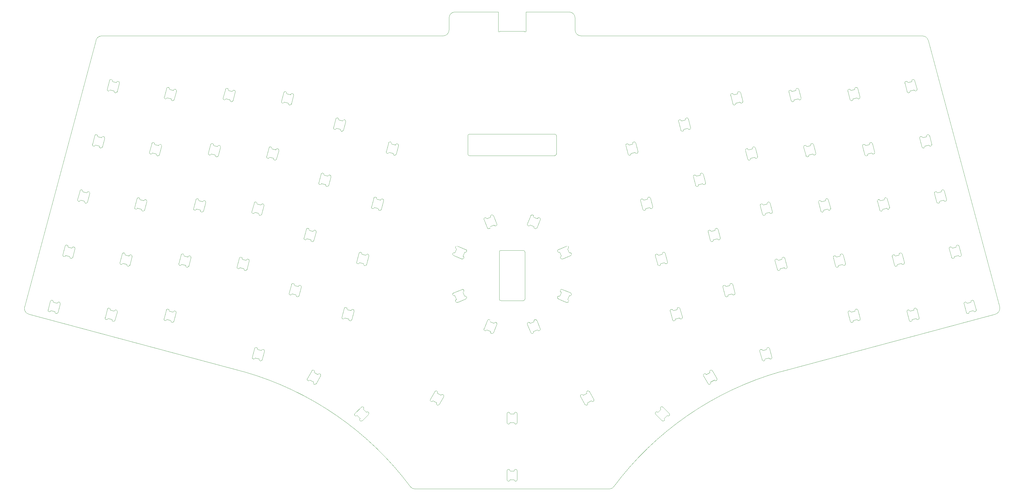
<source format=gbr>
%TF.GenerationSoftware,KiCad,Pcbnew,(7.0.0)*%
%TF.CreationDate,2023-05-20T22:42:22+01:00*%
%TF.ProjectId,Honeydew,486f6e65-7964-4657-972e-6b696361645f,V2.0*%
%TF.SameCoordinates,Original*%
%TF.FileFunction,Profile,NP*%
%FSLAX46Y46*%
G04 Gerber Fmt 4.6, Leading zero omitted, Abs format (unit mm)*
G04 Created by KiCad (PCBNEW (7.0.0)) date 2023-05-20 22:42:22*
%MOMM*%
%LPD*%
G01*
G04 APERTURE LIST*
%TA.AperFunction,Profile*%
%ADD10C,0.100000*%
%TD*%
G04 APERTURE END LIST*
D10*
X61199968Y-63557175D02*
G75*
G03*
X59267664Y-65041252I23J-2000022D01*
G01*
X212249956Y-103449967D02*
G75*
G03*
X212749962Y-102950009I-64J500070D01*
G01*
X218999966Y-61557208D02*
G75*
G03*
X220999962Y-63557222I2000125J111D01*
G01*
X212249956Y-103450006D02*
X183749966Y-103450007D01*
X360534252Y-153882155D02*
X336732262Y-65041265D01*
X183249966Y-96800008D02*
X183249960Y-102950005D01*
X183249981Y-102949995D02*
G75*
G03*
X183749966Y-103450007I500110J98D01*
G01*
X334799965Y-63557218D02*
X220999962Y-63557222D01*
X202599961Y-62000006D02*
X202599961Y-55557213D01*
X174999966Y-63557219D02*
X61199968Y-63557216D01*
X35465616Y-153882129D02*
G75*
G03*
X36879885Y-156331636I1931975J-517569D01*
G01*
X212749988Y-96800005D02*
G75*
G03*
X212249973Y-96300001I-500097J-93D01*
G01*
X193399962Y-55557213D02*
X178999969Y-55557214D01*
X230486714Y-214598070D02*
G75*
G03*
X231913642Y-213847828I277J1731573D01*
G01*
X336732256Y-65041267D02*
G75*
G03*
X334799965Y-63557218I-1932364J-516030D01*
G01*
X164086247Y-213847856D02*
G75*
G03*
X165513216Y-214598094I1427345J982659D01*
G01*
X59267663Y-65041252D02*
X35465674Y-153882145D01*
X218999959Y-61557219D02*
X218999971Y-57557210D01*
X359120043Y-156331652D02*
X287384376Y-175535127D01*
X218999963Y-57557214D02*
G75*
G03*
X216999958Y-55557226I-2000071J-83D01*
G01*
X202599961Y-55557226D02*
X216999958Y-55557226D01*
X287384377Y-175535131D02*
G75*
G03*
X231913643Y-213847829I28965134J-101249716D01*
G01*
X176999961Y-57557217D02*
X176999963Y-61557212D01*
X183749964Y-96300072D02*
G75*
G03*
X183249966Y-96800008I-73J-499925D01*
G01*
X108615552Y-175535126D02*
X36879885Y-156331637D01*
X178999969Y-55557266D02*
G75*
G03*
X176999961Y-57557217I-177J-1999831D01*
G01*
X193399961Y-62000006D02*
X193399962Y-55557213D01*
X359120062Y-156331722D02*
G75*
G03*
X360534251Y-153882155I-517770J1931925D01*
G01*
X212249973Y-96300001D02*
X183749964Y-96300004D01*
X212749963Y-102950009D02*
X212749969Y-96800005D01*
X174999964Y-63557169D02*
G75*
G03*
X176999963Y-61557212I-173J2000172D01*
G01*
X165513216Y-214598098D02*
X230486714Y-214598098D01*
X164086289Y-213847827D02*
G75*
G03*
X108615552Y-175535126I-84436128J-62937390D01*
G01*
%TO.C,D97*%
X172819794Y-185940574D02*
G75*
G03*
X173685820Y-186440574I433013J-250000D01*
G01*
X175185819Y-183842497D02*
G75*
G03*
X174319795Y-183342498I-433012J249999D01*
G01*
X174251494Y-183360798D02*
G75*
G03*
X174319794Y-183342498I25000J43300D01*
G01*
X172819794Y-185940574D02*
G75*
G03*
X172801494Y-185872274I-43300J25000D01*
G01*
X173107360Y-182642499D02*
G75*
G03*
X173125660Y-182710798I43302J-24999D01*
G01*
X171675660Y-185222272D02*
G75*
G03*
X171607359Y-185240574I-24999J-43303D01*
G01*
X170741335Y-184740575D02*
G75*
G03*
X171607359Y-185240574I433012J-249999D01*
G01*
X173107360Y-182642498D02*
G75*
G03*
X172241334Y-182142498I-433013J250000D01*
G01*
X175185820Y-183842498D02*
X173685820Y-186440574D01*
X171675660Y-185222273D02*
X172801494Y-185872273D01*
X173125660Y-182710799D02*
X174251494Y-183360799D01*
X170741334Y-184740574D02*
X172241334Y-182142498D01*
%TO.C,D112*%
X251653815Y-155058848D02*
G75*
G03*
X250687891Y-155317667I-482962J-129409D01*
G01*
X251464349Y-158215444D02*
G75*
G03*
X252430273Y-157956625I482962J129409D01*
G01*
X252465629Y-157895388D02*
G75*
G03*
X252430274Y-157956625I12941J-48296D01*
G01*
X251653818Y-155058848D02*
G75*
G03*
X251715054Y-155094202I48295J12941D01*
G01*
X253782570Y-157594278D02*
G75*
G03*
X253721332Y-157558924I-48297J-12943D01*
G01*
X252970757Y-154757738D02*
G75*
G03*
X253006113Y-154696501I-12942J48297D01*
G01*
X253972037Y-154437682D02*
G75*
G03*
X253006113Y-154696501I-482962J-129409D01*
G01*
X253782571Y-157594278D02*
G75*
G03*
X254748495Y-157335459I482962J129409D01*
G01*
X251464348Y-158215444D02*
X250687891Y-155317667D01*
X252970757Y-154757738D02*
X251715054Y-155094203D01*
X253721332Y-157558923D02*
X252465629Y-157895388D01*
X253972038Y-154437682D02*
X254748495Y-157335459D01*
%TO.C,D138*%
X191987998Y-126656623D02*
G75*
G03*
X192911876Y-126273940I461939J191341D01*
G01*
X191763825Y-123502303D02*
G75*
G03*
X190839947Y-123884985I-461939J-191341D01*
G01*
X190812887Y-123950312D02*
G75*
G03*
X190839946Y-123884985I-19134J46193D01*
G01*
X191987996Y-126656624D02*
G75*
G03*
X191922669Y-126629565I-46193J-19134D01*
G01*
X189546516Y-124420742D02*
G75*
G03*
X189611843Y-124447802I46194J19135D01*
G01*
X190721625Y-127127053D02*
G75*
G03*
X190694566Y-127192381I19136J-46194D01*
G01*
X189770687Y-127575063D02*
G75*
G03*
X190694565Y-127192381I461939J191341D01*
G01*
X189546514Y-124420743D02*
G75*
G03*
X188622636Y-124803426I-461939J-191341D01*
G01*
X191763826Y-123502302D02*
X192911876Y-126273940D01*
X190721625Y-127127053D02*
X191922669Y-126629564D01*
X189611843Y-124447802D02*
X190812887Y-123950313D01*
X189770686Y-127575064D02*
X188622636Y-124803426D01*
%TO.C,D93*%
X84258269Y-158499168D02*
G75*
G03*
X85224193Y-158757987I482962J-129410D01*
G01*
X86000651Y-155860210D02*
G75*
G03*
X85034727Y-155601391I-482962J129410D01*
G01*
X84973488Y-155636746D02*
G75*
G03*
X85034725Y-155601391I12941J48296D01*
G01*
X84258267Y-158499168D02*
G75*
G03*
X84222913Y-158437932I-48295J12941D01*
G01*
X83682430Y-155239044D02*
G75*
G03*
X83717785Y-155300280I48297J-12940D01*
G01*
X82967210Y-158101467D02*
G75*
G03*
X82905972Y-158136821I-12941J-48297D01*
G01*
X81940047Y-157878002D02*
G75*
G03*
X82905971Y-158136821I482962J-129410D01*
G01*
X83682429Y-155239044D02*
G75*
G03*
X82716505Y-154980225I-482962J129410D01*
G01*
X86000651Y-155860210D02*
X85224194Y-158757987D01*
X82967210Y-158101466D02*
X84222913Y-158437931D01*
X83717785Y-155300281D02*
X84973488Y-155636746D01*
X81940047Y-157878002D02*
X82716504Y-154980225D01*
%TO.C,D129*%
X313005489Y-84203020D02*
G75*
G03*
X313971413Y-83944201I482962J129409D01*
G01*
X313194955Y-81046424D02*
G75*
G03*
X312229031Y-81305243I-482962J-129409D01*
G01*
X312193675Y-81366480D02*
G75*
G03*
X312229030Y-81305243I-12941J48296D01*
G01*
X313005486Y-84203020D02*
G75*
G03*
X312944250Y-84167666I-48295J-12941D01*
G01*
X310876734Y-81667590D02*
G75*
G03*
X310937972Y-81702944I48297J12943D01*
G01*
X311688547Y-84504130D02*
G75*
G03*
X311653191Y-84565367I12942J-48297D01*
G01*
X310687267Y-84824186D02*
G75*
G03*
X311653191Y-84565367I482962J129409D01*
G01*
X310876733Y-81667590D02*
G75*
G03*
X309910809Y-81926409I-482962J-129409D01*
G01*
X313194956Y-81046424D02*
X313971413Y-83944201D01*
X311688547Y-84504130D02*
X312944250Y-84167665D01*
X310937972Y-81702945D02*
X312193675Y-81366480D01*
X310687266Y-84824186D02*
X309910809Y-81926409D01*
%TO.C,D131*%
X205305377Y-127192381D02*
G75*
G03*
X206229257Y-127575064I461940J-191341D01*
G01*
X207377308Y-124803426D02*
G75*
G03*
X206453428Y-124420742I-461940J191342D01*
G01*
X206388100Y-124447801D02*
G75*
G03*
X206453427Y-124420742I19134J46193D01*
G01*
X205305377Y-127192381D02*
G75*
G03*
X205278318Y-127127054I-46193J19134D01*
G01*
X205159998Y-123884986D02*
G75*
G03*
X205187056Y-123950312I46194J-19133D01*
G01*
X204077274Y-126629564D02*
G75*
G03*
X204011946Y-126656624I-19133J-46195D01*
G01*
X203088066Y-126273940D02*
G75*
G03*
X204011946Y-126656624I461940J-191342D01*
G01*
X205159997Y-123884985D02*
G75*
G03*
X204236117Y-123502302I-461940J191341D01*
G01*
X207377307Y-124803426D02*
X206229257Y-127575064D01*
X204077274Y-126629564D02*
X205278318Y-127127053D01*
X205187056Y-123950313D02*
X206388100Y-124447802D01*
X203088067Y-126273940D02*
X204236117Y-123502302D01*
%TO.C,D69*%
X103980284Y-84895650D02*
G75*
G03*
X104946208Y-85154469I482962J-129410D01*
G01*
X105722666Y-82256692D02*
G75*
G03*
X104756742Y-81997873I-482962J129410D01*
G01*
X104695503Y-82033228D02*
G75*
G03*
X104756740Y-81997873I12941J48296D01*
G01*
X103980282Y-84895650D02*
G75*
G03*
X103944928Y-84834414I-48295J12941D01*
G01*
X103404445Y-81635526D02*
G75*
G03*
X103439800Y-81696762I48297J-12940D01*
G01*
X102689225Y-84497949D02*
G75*
G03*
X102627987Y-84533303I-12941J-48297D01*
G01*
X101662062Y-84274484D02*
G75*
G03*
X102627986Y-84533303I482962J-129410D01*
G01*
X103404444Y-81635526D02*
G75*
G03*
X102438520Y-81376707I-482962J129410D01*
G01*
X105722666Y-82256692D02*
X104946209Y-85154469D01*
X102689225Y-84497948D02*
X103944928Y-84834413D01*
X103439800Y-81696763D02*
X104695503Y-82033228D01*
X101662062Y-84274484D02*
X102438519Y-81376707D01*
%TO.C,D111*%
X269232950Y-147061541D02*
G75*
G03*
X268267026Y-147320360I-482962J-129409D01*
G01*
X269043484Y-150218137D02*
G75*
G03*
X270009408Y-149959318I482962J129409D01*
G01*
X270044764Y-149898081D02*
G75*
G03*
X270009409Y-149959318I12941J-48296D01*
G01*
X269232953Y-147061541D02*
G75*
G03*
X269294189Y-147096895I48295J12941D01*
G01*
X271361705Y-149596971D02*
G75*
G03*
X271300467Y-149561617I-48297J-12943D01*
G01*
X270549892Y-146760431D02*
G75*
G03*
X270585248Y-146699194I-12942J48297D01*
G01*
X271551172Y-146440375D02*
G75*
G03*
X270585248Y-146699194I-482962J-129409D01*
G01*
X271361706Y-149596971D02*
G75*
G03*
X272327630Y-149338152I482962J129409D01*
G01*
X269043483Y-150218137D02*
X268267026Y-147320360D01*
X270549892Y-146760431D02*
X269294189Y-147096896D01*
X271300467Y-149561616D02*
X270044764Y-149898081D01*
X271551173Y-146440375D02*
X272327630Y-149338152D01*
%TO.C,D68*%
X84346776Y-84565353D02*
G75*
G03*
X85312700Y-84824172I482962J-129410D01*
G01*
X86089158Y-81926395D02*
G75*
G03*
X85123234Y-81667576I-482962J129410D01*
G01*
X85061995Y-81702931D02*
G75*
G03*
X85123232Y-81667576I12941J48296D01*
G01*
X84346774Y-84565353D02*
G75*
G03*
X84311420Y-84504117I-48295J12941D01*
G01*
X83770937Y-81305229D02*
G75*
G03*
X83806292Y-81366465I48297J-12940D01*
G01*
X83055717Y-84167652D02*
G75*
G03*
X82994479Y-84203006I-12941J-48297D01*
G01*
X82028554Y-83944187D02*
G75*
G03*
X82994478Y-84203006I482962J-129410D01*
G01*
X83770936Y-81305229D02*
G75*
G03*
X82805012Y-81046410I-482962J129410D01*
G01*
X86089158Y-81926395D02*
X85312701Y-84824172D01*
X83055717Y-84167651D02*
X84311420Y-84504116D01*
X83806292Y-81366466D02*
X85061995Y-81702931D01*
X82028554Y-83944187D02*
X82805011Y-81046410D01*
%TO.C,D84*%
X148500184Y-139555736D02*
G75*
G03*
X149466108Y-139814555I482962J-129410D01*
G01*
X150242566Y-136916778D02*
G75*
G03*
X149276642Y-136657959I-482962J129410D01*
G01*
X149215403Y-136693314D02*
G75*
G03*
X149276640Y-136657959I12941J48296D01*
G01*
X148500182Y-139555736D02*
G75*
G03*
X148464828Y-139494500I-48295J12941D01*
G01*
X147924345Y-136295612D02*
G75*
G03*
X147959700Y-136356848I48297J-12940D01*
G01*
X147209125Y-139158035D02*
G75*
G03*
X147147887Y-139193389I-12941J-48297D01*
G01*
X146181962Y-138934570D02*
G75*
G03*
X147147886Y-139193389I482962J-129410D01*
G01*
X147924344Y-136295612D02*
G75*
G03*
X146958420Y-136036793I-482962J129410D01*
G01*
X150242566Y-136916778D02*
X149466109Y-139814555D01*
X147209125Y-139158034D02*
X148464828Y-139494499D01*
X147959700Y-136356849D02*
X149215403Y-136693314D01*
X146181962Y-138934570D02*
X146958419Y-136036793D01*
%TO.C,D108*%
X325668247Y-136870243D02*
G75*
G03*
X324702323Y-137129062I-482962J-129409D01*
G01*
X325478781Y-140026839D02*
G75*
G03*
X326444705Y-139768020I482962J129409D01*
G01*
X326480061Y-139706783D02*
G75*
G03*
X326444706Y-139768020I12941J-48296D01*
G01*
X325668250Y-136870243D02*
G75*
G03*
X325729486Y-136905597I48295J12941D01*
G01*
X327797002Y-139405673D02*
G75*
G03*
X327735764Y-139370319I-48297J-12943D01*
G01*
X326985189Y-136569133D02*
G75*
G03*
X327020545Y-136507896I-12942J48297D01*
G01*
X327986469Y-136249077D02*
G75*
G03*
X327020545Y-136507896I-482962J-129409D01*
G01*
X327797003Y-139405673D02*
G75*
G03*
X328762927Y-139146854I482962J129409D01*
G01*
X325478780Y-140026839D02*
X324702323Y-137129062D01*
X326985189Y-136569133D02*
X325729486Y-136905598D01*
X327735764Y-139370318D02*
X326480061Y-139706783D01*
X327986470Y-136249077D02*
X328762927Y-139146854D01*
%TO.C,D94*%
X113693776Y-171316907D02*
G75*
G03*
X114659700Y-171575726I482962J-129410D01*
G01*
X115436158Y-168677949D02*
G75*
G03*
X114470234Y-168419130I-482962J129410D01*
G01*
X114408995Y-168454485D02*
G75*
G03*
X114470232Y-168419130I12941J48296D01*
G01*
X113693774Y-171316907D02*
G75*
G03*
X113658420Y-171255671I-48295J12941D01*
G01*
X113117937Y-168056783D02*
G75*
G03*
X113153292Y-168118019I48297J-12940D01*
G01*
X112402717Y-170919206D02*
G75*
G03*
X112341479Y-170954560I-12941J-48297D01*
G01*
X111375554Y-170695741D02*
G75*
G03*
X112341478Y-170954560I482962J-129410D01*
G01*
X113117936Y-168056783D02*
G75*
G03*
X112152012Y-167797964I-482962J129410D01*
G01*
X115436158Y-168677949D02*
X114659701Y-171575726D01*
X112402717Y-170919205D02*
X113658420Y-171255670D01*
X113153292Y-168118020D02*
X114408995Y-168454485D01*
X111375554Y-170695741D02*
X112152011Y-167797964D01*
%TO.C,D106*%
X351744684Y-155176167D02*
G75*
G03*
X352710608Y-154917348I482962J129409D01*
G01*
X351934150Y-152019571D02*
G75*
G03*
X350968226Y-152278390I-482962J-129409D01*
G01*
X350932870Y-152339627D02*
G75*
G03*
X350968225Y-152278390I-12941J48296D01*
G01*
X351744681Y-155176167D02*
G75*
G03*
X351683445Y-155140813I-48295J-12941D01*
G01*
X349615929Y-152640737D02*
G75*
G03*
X349677167Y-152676091I48297J12943D01*
G01*
X350427742Y-155477277D02*
G75*
G03*
X350392386Y-155538514I12942J-48297D01*
G01*
X349426462Y-155797333D02*
G75*
G03*
X350392386Y-155538514I482962J129409D01*
G01*
X349615928Y-152640737D02*
G75*
G03*
X348650004Y-152899556I-482962J-129409D01*
G01*
X351934151Y-152019571D02*
X352710608Y-154917348D01*
X350427742Y-155477277D02*
X351683445Y-155140812D01*
X349677167Y-152676092D02*
X350932870Y-152339627D01*
X349426461Y-155797333D02*
X348650004Y-152899556D01*
%TO.C,D130*%
X332022686Y-81572617D02*
G75*
G03*
X332988610Y-81313798I482962J129409D01*
G01*
X332212152Y-78416021D02*
G75*
G03*
X331246228Y-78674840I-482962J-129409D01*
G01*
X331210872Y-78736077D02*
G75*
G03*
X331246227Y-78674840I-12941J48296D01*
G01*
X332022683Y-81572617D02*
G75*
G03*
X331961447Y-81537263I-48295J-12941D01*
G01*
X329893931Y-79037187D02*
G75*
G03*
X329955169Y-79072541I48297J12943D01*
G01*
X330705744Y-81873727D02*
G75*
G03*
X330670388Y-81934964I12942J-48297D01*
G01*
X329704464Y-82193783D02*
G75*
G03*
X330670388Y-81934964I482962J129409D01*
G01*
X329893930Y-79037187D02*
G75*
G03*
X328928006Y-79296006I-482962J-129409D01*
G01*
X332212153Y-78416021D02*
X332988610Y-81313798D01*
X330705744Y-81873727D02*
X331961447Y-81537262D01*
X329955169Y-79072542D02*
X331210872Y-78736077D01*
X329704463Y-82193783D02*
X328928006Y-79296006D01*
%TO.C,D116*%
X303232973Y-121335069D02*
G75*
G03*
X304198897Y-121076250I482962J129409D01*
G01*
X303422439Y-118178473D02*
G75*
G03*
X302456515Y-118437292I-482962J-129409D01*
G01*
X302421159Y-118498529D02*
G75*
G03*
X302456514Y-118437292I-12941J48296D01*
G01*
X303232970Y-121335069D02*
G75*
G03*
X303171734Y-121299715I-48295J-12941D01*
G01*
X301104218Y-118799639D02*
G75*
G03*
X301165456Y-118834993I48297J12943D01*
G01*
X301916031Y-121636179D02*
G75*
G03*
X301880675Y-121697416I12942J-48297D01*
G01*
X300914751Y-121956235D02*
G75*
G03*
X301880675Y-121697416I482962J129409D01*
G01*
X301104217Y-118799639D02*
G75*
G03*
X300138293Y-119058458I-482962J-129409D01*
G01*
X303422440Y-118178473D02*
X304198897Y-121076250D01*
X301916031Y-121636179D02*
X303171734Y-121299714D01*
X301165456Y-118834994D02*
X302421159Y-118498529D01*
X300914750Y-121956235D02*
X300138293Y-119058458D01*
%TO.C,D118*%
X341883682Y-118374383D02*
G75*
G03*
X342849606Y-118115564I482962J129409D01*
G01*
X342073148Y-115217787D02*
G75*
G03*
X341107224Y-115476606I-482962J-129409D01*
G01*
X341071868Y-115537843D02*
G75*
G03*
X341107223Y-115476606I-12941J48296D01*
G01*
X341883679Y-118374383D02*
G75*
G03*
X341822443Y-118339029I-48295J-12941D01*
G01*
X339754927Y-115838953D02*
G75*
G03*
X339816165Y-115874307I48297J12943D01*
G01*
X340566740Y-118675493D02*
G75*
G03*
X340531384Y-118736730I12942J-48297D01*
G01*
X339565460Y-118995549D02*
G75*
G03*
X340531384Y-118736730I482962J129409D01*
G01*
X339754926Y-115838953D02*
G75*
G03*
X338789002Y-116097772I-482962J-129409D01*
G01*
X342073149Y-115217787D02*
X342849606Y-118115564D01*
X340566740Y-118675493D02*
X341822443Y-118339028D01*
X339816165Y-115874308D02*
X341071868Y-115537843D01*
X339565459Y-118995549D02*
X338789002Y-116097772D01*
%TO.C,D109*%
X306034726Y-137200539D02*
G75*
G03*
X305068802Y-137459358I-482962J-129409D01*
G01*
X305845260Y-140357135D02*
G75*
G03*
X306811184Y-140098316I482962J129409D01*
G01*
X306846540Y-140037079D02*
G75*
G03*
X306811185Y-140098316I12941J-48296D01*
G01*
X306034729Y-137200539D02*
G75*
G03*
X306095965Y-137235893I48295J12941D01*
G01*
X308163481Y-139735969D02*
G75*
G03*
X308102243Y-139700615I-48297J-12943D01*
G01*
X307351668Y-136899429D02*
G75*
G03*
X307387024Y-136838192I-12942J48297D01*
G01*
X308352948Y-136579373D02*
G75*
G03*
X307387024Y-136838192I-482962J-129409D01*
G01*
X308163482Y-139735969D02*
G75*
G03*
X309129406Y-139477150I482962J129409D01*
G01*
X305845259Y-140357135D02*
X305068802Y-137459358D01*
X307351668Y-136899429D02*
X306095965Y-137235894D01*
X308102243Y-139700614D02*
X306846540Y-140037079D01*
X308352949Y-136579373D02*
X309129406Y-139477150D01*
%TO.C,D99*%
X224392574Y-185240569D02*
G75*
G03*
X225258600Y-184740569I433013J250000D01*
G01*
X223758599Y-182142494D02*
G75*
G03*
X222892575Y-182642493I-433012J-249999D01*
G01*
X222874274Y-182710793D02*
G75*
G03*
X222892574Y-182642493I-25000J43300D01*
G01*
X224392574Y-185240569D02*
G75*
G03*
X224324274Y-185222269I-43300J-25000D01*
G01*
X221680140Y-183342492D02*
G75*
G03*
X221748440Y-183360794I43301J25000D01*
G01*
X223198440Y-185872268D02*
G75*
G03*
X223180139Y-185940569I25002J-43301D01*
G01*
X222314115Y-186440568D02*
G75*
G03*
X223180139Y-185940569I433012J249999D01*
G01*
X221680140Y-183342493D02*
G75*
G03*
X220814114Y-183842493I-433013J-250000D01*
G01*
X223758600Y-182142493D02*
X225258600Y-184740569D01*
X223198440Y-185872268D02*
X224324274Y-185222268D01*
X221748440Y-183360794D02*
X222874274Y-182710794D01*
X222314114Y-186440569D02*
X220814114Y-183842493D01*
%TO.C,D79*%
X55468558Y-118736740D02*
G75*
G03*
X56434482Y-118995559I482962J-129410D01*
G01*
X57210940Y-116097782D02*
G75*
G03*
X56245016Y-115838963I-482962J129410D01*
G01*
X56183777Y-115874318D02*
G75*
G03*
X56245014Y-115838963I12941J48296D01*
G01*
X55468556Y-118736740D02*
G75*
G03*
X55433202Y-118675504I-48295J12941D01*
G01*
X54892719Y-115476616D02*
G75*
G03*
X54928074Y-115537852I48297J-12940D01*
G01*
X54177499Y-118339039D02*
G75*
G03*
X54116261Y-118374393I-12941J-48297D01*
G01*
X53150336Y-118115574D02*
G75*
G03*
X54116260Y-118374393I482962J-129410D01*
G01*
X54892718Y-115476616D02*
G75*
G03*
X53926794Y-115217797I-482962J129410D01*
G01*
X57210940Y-116097782D02*
X56434483Y-118995559D01*
X54177499Y-118339038D02*
X55433202Y-118675503D01*
X54928074Y-115537853D02*
X56183777Y-115874318D01*
X53150336Y-118115574D02*
X53926793Y-115217797D01*
%TO.C,D110*%
X286606652Y-138297487D02*
G75*
G03*
X285640728Y-138556306I-482962J-129409D01*
G01*
X286417186Y-141454083D02*
G75*
G03*
X287383110Y-141195264I482962J129409D01*
G01*
X287418466Y-141134027D02*
G75*
G03*
X287383111Y-141195264I12941J-48296D01*
G01*
X286606655Y-138297487D02*
G75*
G03*
X286667891Y-138332841I48295J12941D01*
G01*
X288735407Y-140832917D02*
G75*
G03*
X288674169Y-140797563I-48297J-12943D01*
G01*
X287923594Y-137996377D02*
G75*
G03*
X287958950Y-137935140I-12942J48297D01*
G01*
X288924874Y-137676321D02*
G75*
G03*
X287958950Y-137935140I-482962J-129409D01*
G01*
X288735408Y-140832917D02*
G75*
G03*
X289701332Y-140574098I482962J129409D01*
G01*
X286417185Y-141454083D02*
X285640728Y-138556306D01*
X287923594Y-137996377D02*
X286667891Y-138332842D01*
X288674169Y-140797562D02*
X287418466Y-141134027D01*
X288924875Y-137676321D02*
X289701332Y-140574098D01*
%TO.C,D120*%
X315807240Y-100068463D02*
G75*
G03*
X314841316Y-100327282I-482962J-129409D01*
G01*
X315617774Y-103225059D02*
G75*
G03*
X316583698Y-102966240I482962J129409D01*
G01*
X316619054Y-102905003D02*
G75*
G03*
X316583699Y-102966240I12941J-48296D01*
G01*
X315807243Y-100068463D02*
G75*
G03*
X315868479Y-100103817I48295J12941D01*
G01*
X317935995Y-102603893D02*
G75*
G03*
X317874757Y-102568539I-48297J-12943D01*
G01*
X317124182Y-99767353D02*
G75*
G03*
X317159538Y-99706116I-12942J48297D01*
G01*
X318125462Y-99447297D02*
G75*
G03*
X317159538Y-99706116I-482962J-129409D01*
G01*
X317935996Y-102603893D02*
G75*
G03*
X318901920Y-102345074I482962J129409D01*
G01*
X315617773Y-103225059D02*
X314841316Y-100327282D01*
X317124182Y-99767353D02*
X315868479Y-100103818D01*
X317874757Y-102568538D02*
X316619054Y-102905003D01*
X318125463Y-99447297D02*
X318901920Y-102345074D01*
%TO.C,U4*%
X194249964Y-135070009D02*
G75*
G03*
X193749964Y-135570009I0J-500000D01*
G01*
X193749964Y-151320009D02*
G75*
G03*
X194249964Y-151820009I500000J0D01*
G01*
X202249964Y-135570009D02*
G75*
G03*
X201749964Y-135070009I-499998J2D01*
G01*
X201749964Y-151820009D02*
G75*
G03*
X202249964Y-151320009I-1J500001D01*
G01*
X193749964Y-135570009D02*
X193749964Y-151320009D01*
X201749964Y-135070009D02*
X194249964Y-135070009D01*
X201749964Y-151820009D02*
X194249964Y-151820009D01*
X202249964Y-151320009D02*
X202249964Y-135570009D01*
%TO.C,D86*%
X125414724Y-146699169D02*
G75*
G03*
X124448800Y-146440350I-482962J129410D01*
G01*
X123672342Y-149338127D02*
G75*
G03*
X124638266Y-149596946I482962J-129410D01*
G01*
X124699505Y-149561591D02*
G75*
G03*
X124638268Y-149596946I-12941J-48296D01*
G01*
X125414726Y-146699169D02*
G75*
G03*
X125450080Y-146760405I48295J-12941D01*
G01*
X125990563Y-149959293D02*
G75*
G03*
X125955208Y-149898057I-48297J12940D01*
G01*
X126705783Y-147096870D02*
G75*
G03*
X126767021Y-147061516I12941J48297D01*
G01*
X127732946Y-147320335D02*
G75*
G03*
X126767022Y-147061516I-482962J129410D01*
G01*
X125990564Y-149959293D02*
G75*
G03*
X126956488Y-150218112I482962J-129410D01*
G01*
X123672342Y-149338127D02*
X124448799Y-146440350D01*
X126705783Y-147096871D02*
X125450080Y-146760406D01*
X125955208Y-149898056D02*
X124699505Y-149561591D01*
X127732946Y-147320335D02*
X126956489Y-150218112D01*
%TO.C,D105*%
X332727504Y-157806568D02*
G75*
G03*
X333693428Y-157547749I482962J129409D01*
G01*
X332916970Y-154649972D02*
G75*
G03*
X331951046Y-154908791I-482962J-129409D01*
G01*
X331915690Y-154970028D02*
G75*
G03*
X331951045Y-154908791I-12941J48296D01*
G01*
X332727501Y-157806568D02*
G75*
G03*
X332666265Y-157771214I-48295J-12941D01*
G01*
X330598749Y-155271138D02*
G75*
G03*
X330659987Y-155306492I48297J12943D01*
G01*
X331410562Y-158107678D02*
G75*
G03*
X331375206Y-158168915I12942J-48297D01*
G01*
X330409282Y-158427734D02*
G75*
G03*
X331375206Y-158168915I482962J129409D01*
G01*
X330598748Y-155271138D02*
G75*
G03*
X329632824Y-155529957I-482962J-129409D01*
G01*
X332916971Y-154649972D02*
X333693428Y-157547749D01*
X331410562Y-158107678D02*
X332666265Y-157771213D01*
X330659987Y-155306493D02*
X331915690Y-154970028D01*
X330409281Y-158427734D02*
X329632824Y-155529957D01*
%TO.C,D133*%
X213807598Y-150305413D02*
G75*
G03*
X213424915Y-151229293I-191341J-461940D01*
G01*
X216196553Y-152377344D02*
G75*
G03*
X216579237Y-151453464I191342J461940D01*
G01*
X216552178Y-151388136D02*
G75*
G03*
X216579237Y-151453463I46193J-19134D01*
G01*
X213807598Y-150305413D02*
G75*
G03*
X213872925Y-150278354I19134J46193D01*
G01*
X217114993Y-150160034D02*
G75*
G03*
X217049667Y-150187092I-19133J-46194D01*
G01*
X214370415Y-149077310D02*
G75*
G03*
X214343355Y-149011982I-46195J19133D01*
G01*
X214726039Y-148088102D02*
G75*
G03*
X214343355Y-149011982I-191342J-461940D01*
G01*
X217114994Y-150160033D02*
G75*
G03*
X217497677Y-149236153I191341J461940D01*
G01*
X216196553Y-152377343D02*
X213424915Y-151229293D01*
X214370415Y-149077310D02*
X213872926Y-150278354D01*
X217049666Y-150187092D02*
X216552177Y-151388136D01*
X214726039Y-148088103D02*
X217497677Y-149236153D01*
%TO.C,D100*%
X198699964Y-211550001D02*
G75*
G03*
X199699964Y-211550001I500000J0D01*
G01*
X199699964Y-208550001D02*
G75*
G03*
X198699964Y-208550001I-500000J0D01*
G01*
X198649964Y-208600001D02*
G75*
G03*
X198699964Y-208550001I0J50000D01*
G01*
X198699964Y-211550001D02*
G75*
G03*
X198649964Y-211500001I-50000J0D01*
G01*
X197299964Y-208550001D02*
G75*
G03*
X197349964Y-208600001I50001J1D01*
G01*
X197349964Y-211500001D02*
G75*
G03*
X197299964Y-211550001I1J-50001D01*
G01*
X196299964Y-211550001D02*
G75*
G03*
X197299964Y-211550001I500000J0D01*
G01*
X197299964Y-208550001D02*
G75*
G03*
X196299964Y-208550001I-500000J0D01*
G01*
X199699964Y-208550001D02*
X199699964Y-211550001D01*
X197349964Y-211500001D02*
X198649964Y-211500001D01*
X197349964Y-208600001D02*
X198649964Y-208600001D01*
X196299964Y-211550001D02*
X196299964Y-208550001D01*
%TO.C,D127*%
X273943896Y-85630275D02*
G75*
G03*
X274909820Y-85371456I482962J129409D01*
G01*
X274133362Y-82473679D02*
G75*
G03*
X273167438Y-82732498I-482962J-129409D01*
G01*
X273132082Y-82793735D02*
G75*
G03*
X273167437Y-82732498I-12941J48296D01*
G01*
X273943893Y-85630275D02*
G75*
G03*
X273882657Y-85594921I-48295J-12941D01*
G01*
X271815141Y-83094845D02*
G75*
G03*
X271876379Y-83130199I48297J12943D01*
G01*
X272626954Y-85931385D02*
G75*
G03*
X272591598Y-85992622I12942J-48297D01*
G01*
X271625674Y-86251441D02*
G75*
G03*
X272591598Y-85992622I482962J129409D01*
G01*
X271815140Y-83094845D02*
G75*
G03*
X270849216Y-83353664I-482962J-129409D01*
G01*
X274133363Y-82473679D02*
X274909820Y-85371456D01*
X272626954Y-85931385D02*
X273882657Y-85594920D01*
X271876379Y-83130200D02*
X273132082Y-82793735D01*
X271625673Y-86251441D02*
X270849216Y-83353664D01*
%TO.C,D98*%
X198699972Y-192500013D02*
G75*
G03*
X199699972Y-192500013I500000J0D01*
G01*
X199699972Y-189500013D02*
G75*
G03*
X198699972Y-189500013I-500000J0D01*
G01*
X198649972Y-189550013D02*
G75*
G03*
X198699972Y-189500013I0J50000D01*
G01*
X198699972Y-192500013D02*
G75*
G03*
X198649972Y-192450013I-50000J0D01*
G01*
X197299972Y-189500013D02*
G75*
G03*
X197349972Y-189550013I50001J1D01*
G01*
X197349972Y-192450013D02*
G75*
G03*
X197299972Y-192500013I1J-50001D01*
G01*
X196299972Y-192500013D02*
G75*
G03*
X197299972Y-192500013I500000J0D01*
G01*
X197299972Y-189500013D02*
G75*
G03*
X196299972Y-189500013I-500000J0D01*
G01*
X199699972Y-189500013D02*
X199699972Y-192500013D01*
X197349972Y-192450013D02*
X198649972Y-192450013D01*
X197349972Y-189550013D02*
X198649972Y-189550013D01*
X196299972Y-192500013D02*
X196299972Y-189500013D01*
%TO.C,D75*%
X117902018Y-101133392D02*
G75*
G03*
X116936094Y-100874573I-482962J129410D01*
G01*
X116159636Y-103772350D02*
G75*
G03*
X117125560Y-104031169I482962J-129410D01*
G01*
X117186799Y-103995814D02*
G75*
G03*
X117125562Y-104031169I-12941J-48296D01*
G01*
X117902020Y-101133392D02*
G75*
G03*
X117937374Y-101194628I48295J-12941D01*
G01*
X118477857Y-104393516D02*
G75*
G03*
X118442502Y-104332280I-48297J12940D01*
G01*
X119193077Y-101531093D02*
G75*
G03*
X119254315Y-101495739I12941J48297D01*
G01*
X120220240Y-101754558D02*
G75*
G03*
X119254316Y-101495739I-482962J129410D01*
G01*
X118477858Y-104393516D02*
G75*
G03*
X119443782Y-104652335I482962J-129410D01*
G01*
X116159636Y-103772350D02*
X116936093Y-100874573D01*
X119193077Y-101531094D02*
X117937374Y-101194629D01*
X118442502Y-104332279D02*
X117186799Y-103995814D01*
X120220240Y-101754558D02*
X119443783Y-104652335D01*
%TO.C,D134*%
X204011946Y-159343389D02*
G75*
G03*
X203088068Y-159726072I-461939J-191341D01*
G01*
X204236119Y-162497709D02*
G75*
G03*
X205159997Y-162115027I461939J191341D01*
G01*
X205187057Y-162049700D02*
G75*
G03*
X205159998Y-162115027I19134J-46193D01*
G01*
X204011948Y-159343388D02*
G75*
G03*
X204077275Y-159370447I46193J19134D01*
G01*
X206453428Y-161579270D02*
G75*
G03*
X206388101Y-161552210I-46194J-19135D01*
G01*
X205278319Y-158872959D02*
G75*
G03*
X205305378Y-158807631I-19136J46194D01*
G01*
X206229257Y-158424949D02*
G75*
G03*
X205305379Y-158807631I-461939J-191341D01*
G01*
X206453430Y-161579269D02*
G75*
G03*
X207377308Y-161196586I461939J191341D01*
G01*
X204236118Y-162497710D02*
X203088068Y-159726072D01*
X205278319Y-158872959D02*
X204077275Y-159370448D01*
X206388101Y-161552210D02*
X205187057Y-162049699D01*
X206229258Y-158424948D02*
X207377308Y-161196586D01*
%TO.C,D104*%
X313093982Y-158136847D02*
G75*
G03*
X314059906Y-157878028I482962J129409D01*
G01*
X313283448Y-154980251D02*
G75*
G03*
X312317524Y-155239070I-482962J-129409D01*
G01*
X312282168Y-155300307D02*
G75*
G03*
X312317523Y-155239070I-12941J48296D01*
G01*
X313093979Y-158136847D02*
G75*
G03*
X313032743Y-158101493I-48295J-12941D01*
G01*
X310965227Y-155601417D02*
G75*
G03*
X311026465Y-155636771I48297J12943D01*
G01*
X311777040Y-158437957D02*
G75*
G03*
X311741684Y-158499194I12942J-48297D01*
G01*
X310775760Y-158758013D02*
G75*
G03*
X311741684Y-158499194I482962J129409D01*
G01*
X310965226Y-155601417D02*
G75*
G03*
X309999302Y-155860236I-482962J-129409D01*
G01*
X313283449Y-154980251D02*
X314059906Y-157878028D01*
X311777040Y-158437957D02*
X313032743Y-158101492D01*
X311026465Y-155636772D02*
X312282168Y-155300307D01*
X310775759Y-158758013D02*
X309999302Y-155860236D01*
%TO.C,D96*%
X147302105Y-191139076D02*
G75*
G03*
X148009211Y-191846183I353553J-353553D01*
G01*
X150130531Y-189724861D02*
G75*
G03*
X149423425Y-189017756I-353553J353552D01*
G01*
X149352715Y-189017755D02*
G75*
G03*
X149423425Y-189017756I35355J35355D01*
G01*
X147302105Y-191139076D02*
G75*
G03*
X147302104Y-191068366I-35356J35355D01*
G01*
X148433475Y-188027806D02*
G75*
G03*
X148433475Y-188098517I35357J-35355D01*
G01*
X146382865Y-190149127D02*
G75*
G03*
X146312156Y-190149127I-35355J-35356D01*
G01*
X145605049Y-189442021D02*
G75*
G03*
X146312155Y-190149126I353553J-353552D01*
G01*
X148433475Y-188027806D02*
G75*
G03*
X147726369Y-187320699I-353553J353553D01*
G01*
X150130532Y-189724862D02*
X148009211Y-191846183D01*
X146382866Y-190149126D02*
X147302105Y-191068365D01*
X148433475Y-188098517D02*
X149352714Y-189017756D01*
X145605048Y-189442020D02*
X147726369Y-187320699D01*
%TO.C,D124*%
X241792808Y-118257083D02*
G75*
G03*
X240826884Y-118515902I-482962J-129409D01*
G01*
X241603342Y-121413679D02*
G75*
G03*
X242569266Y-121154860I482962J129409D01*
G01*
X242604622Y-121093623D02*
G75*
G03*
X242569267Y-121154860I12941J-48296D01*
G01*
X241792811Y-118257083D02*
G75*
G03*
X241854047Y-118292437I48295J12941D01*
G01*
X243921563Y-120792513D02*
G75*
G03*
X243860325Y-120757159I-48297J-12943D01*
G01*
X243109750Y-117955973D02*
G75*
G03*
X243145106Y-117894736I-12942J48297D01*
G01*
X244111030Y-117635917D02*
G75*
G03*
X243145106Y-117894736I-482962J-129409D01*
G01*
X243921564Y-120792513D02*
G75*
G03*
X244887488Y-120533694I482962J129409D01*
G01*
X241603341Y-121413679D02*
X240826884Y-118515902D01*
X243109750Y-117955973D02*
X241854047Y-118292438D01*
X243860325Y-120757158D02*
X242604622Y-121093623D01*
X244111031Y-117635917D02*
X244887488Y-120533694D01*
%TO.C,D73*%
X152854849Y-117894730D02*
G75*
G03*
X151888925Y-117635911I-482962J129410D01*
G01*
X151112467Y-120533688D02*
G75*
G03*
X152078391Y-120792507I482962J-129410D01*
G01*
X152139630Y-120757152D02*
G75*
G03*
X152078393Y-120792507I-12941J-48296D01*
G01*
X152854851Y-117894730D02*
G75*
G03*
X152890205Y-117955966I48295J-12941D01*
G01*
X153430688Y-121154854D02*
G75*
G03*
X153395333Y-121093618I-48297J12940D01*
G01*
X154145908Y-118292431D02*
G75*
G03*
X154207146Y-118257077I12941J48297D01*
G01*
X155173071Y-118515896D02*
G75*
G03*
X154207147Y-118257077I-482962J129410D01*
G01*
X153430689Y-121154854D02*
G75*
G03*
X154396613Y-121413673I482962J-129410D01*
G01*
X151112467Y-120533688D02*
X151888924Y-117635911D01*
X154145908Y-118292432D02*
X152890205Y-117955967D01*
X153395333Y-121093617D02*
X152139630Y-120757152D01*
X155173071Y-118515896D02*
X154396614Y-121413673D01*
%TO.C,J2*%
X202099962Y-62000006D02*
G75*
G03*
X202599962Y-62000006I250000J0D01*
G01*
X193399962Y-62000006D02*
G75*
G03*
X193899962Y-62000006I250000J0D01*
G01*
X193899962Y-62000006D02*
X202099962Y-62000006D01*
%TO.C,D117*%
X322866493Y-121004776D02*
G75*
G03*
X323832417Y-120745957I482962J129409D01*
G01*
X323055959Y-117848180D02*
G75*
G03*
X322090035Y-118106999I-482962J-129409D01*
G01*
X322054679Y-118168236D02*
G75*
G03*
X322090034Y-118106999I-12941J48296D01*
G01*
X322866490Y-121004776D02*
G75*
G03*
X322805254Y-120969422I-48295J-12941D01*
G01*
X320737738Y-118469346D02*
G75*
G03*
X320798976Y-118504700I48297J12943D01*
G01*
X321549551Y-121305886D02*
G75*
G03*
X321514195Y-121367123I12942J-48297D01*
G01*
X320548271Y-121625942D02*
G75*
G03*
X321514195Y-121367123I482962J129409D01*
G01*
X320737737Y-118469346D02*
G75*
G03*
X319771813Y-118728165I-482962J-129409D01*
G01*
X323055960Y-117848180D02*
X323832417Y-120745957D01*
X321549551Y-121305886D02*
X322805254Y-120969421D01*
X320798976Y-118504701D02*
X322054679Y-118168236D01*
X320548270Y-121625942D02*
X319771813Y-118728165D01*
%TO.C,D71*%
X140782064Y-94756632D02*
G75*
G03*
X141747988Y-95015451I482962J-129410D01*
G01*
X142524446Y-92117674D02*
G75*
G03*
X141558522Y-91858855I-482962J129410D01*
G01*
X141497283Y-91894210D02*
G75*
G03*
X141558520Y-91858855I12941J48296D01*
G01*
X140782062Y-94756632D02*
G75*
G03*
X140746708Y-94695396I-48295J12941D01*
G01*
X140206225Y-91496508D02*
G75*
G03*
X140241580Y-91557744I48297J-12940D01*
G01*
X139491005Y-94358931D02*
G75*
G03*
X139429767Y-94394285I-12941J-48297D01*
G01*
X138463842Y-94135466D02*
G75*
G03*
X139429766Y-94394285I482962J-129410D01*
G01*
X140206224Y-91496508D02*
G75*
G03*
X139240300Y-91237689I-482962J129410D01*
G01*
X142524446Y-92117674D02*
X141747989Y-95015451D01*
X139491005Y-94358930D02*
X140746708Y-94695395D01*
X140241580Y-91557745D02*
X141497283Y-91894210D01*
X138463842Y-94135466D02*
X139240299Y-91237689D01*
%TO.C,D101*%
X249687801Y-190149130D02*
G75*
G03*
X250394908Y-189442024I353553J353553D01*
G01*
X248273586Y-187320704D02*
G75*
G03*
X247566481Y-188027810I-353552J-353553D01*
G01*
X247566480Y-188098520D02*
G75*
G03*
X247566481Y-188027810I-35355J35355D01*
G01*
X249687801Y-190149130D02*
G75*
G03*
X249617091Y-190149131I-35355J-35356D01*
G01*
X246576531Y-189017760D02*
G75*
G03*
X246647242Y-189017760I35355J35357D01*
G01*
X248697852Y-191068370D02*
G75*
G03*
X248697852Y-191139079I35356J-35355D01*
G01*
X247990746Y-191846186D02*
G75*
G03*
X248697851Y-191139080I353552J353553D01*
G01*
X246576531Y-189017760D02*
G75*
G03*
X245869424Y-189724866I-353553J-353553D01*
G01*
X248273587Y-187320703D02*
X250394908Y-189442024D01*
X248697851Y-191068369D02*
X249617090Y-190149130D01*
X246647242Y-189017760D02*
X247566481Y-188098521D01*
X247990745Y-191846187D02*
X245869424Y-189724866D01*
%TO.C,D89*%
X68979409Y-136507896D02*
G75*
G03*
X68013485Y-136249077I-482962J129410D01*
G01*
X67237027Y-139146854D02*
G75*
G03*
X68202951Y-139405673I482962J-129410D01*
G01*
X68264190Y-139370318D02*
G75*
G03*
X68202953Y-139405673I-12941J-48296D01*
G01*
X68979411Y-136507896D02*
G75*
G03*
X69014765Y-136569132I48295J-12941D01*
G01*
X69555248Y-139768020D02*
G75*
G03*
X69519893Y-139706784I-48297J12940D01*
G01*
X70270468Y-136905597D02*
G75*
G03*
X70331706Y-136870243I12941J48297D01*
G01*
X71297631Y-137129062D02*
G75*
G03*
X70331707Y-136870243I-482962J129410D01*
G01*
X69555249Y-139768020D02*
G75*
G03*
X70521173Y-140026839I482962J-129410D01*
G01*
X67237027Y-139146854D02*
X68013484Y-136249077D01*
X70270468Y-136905598D02*
X69014765Y-136569133D01*
X69519893Y-139706783D02*
X68264190Y-139370318D01*
X71297631Y-137129062D02*
X70521174Y-140026839D01*
%TO.C,D74*%
X135275713Y-109897387D02*
G75*
G03*
X134309789Y-109638568I-482962J129410D01*
G01*
X133533331Y-112536345D02*
G75*
G03*
X134499255Y-112795164I482962J-129410D01*
G01*
X134560494Y-112759809D02*
G75*
G03*
X134499257Y-112795164I-12941J-48296D01*
G01*
X135275715Y-109897387D02*
G75*
G03*
X135311069Y-109958623I48295J-12941D01*
G01*
X135851552Y-113157511D02*
G75*
G03*
X135816197Y-113096275I-48297J12940D01*
G01*
X136566772Y-110295088D02*
G75*
G03*
X136628010Y-110259734I12941J48297D01*
G01*
X137593935Y-110518553D02*
G75*
G03*
X136628011Y-110259734I-482962J129410D01*
G01*
X135851553Y-113157511D02*
G75*
G03*
X136817477Y-113416330I482962J-129410D01*
G01*
X133533331Y-112536345D02*
X134309788Y-109638568D01*
X136566772Y-110295089D02*
X135311069Y-109958624D01*
X135816197Y-113096274D02*
X134560494Y-112759809D01*
X137593935Y-110518553D02*
X136817478Y-113416330D01*
%TO.C,D95*%
X131802760Y-179015693D02*
G75*
G03*
X132668786Y-179515693I433013J-250000D01*
G01*
X134168785Y-176917616D02*
G75*
G03*
X133302761Y-176417617I-433012J249999D01*
G01*
X133234460Y-176435917D02*
G75*
G03*
X133302760Y-176417617I25000J43300D01*
G01*
X131802760Y-179015693D02*
G75*
G03*
X131784460Y-178947393I-43300J25000D01*
G01*
X132090326Y-175717618D02*
G75*
G03*
X132108626Y-175785917I43302J-24999D01*
G01*
X130658626Y-178297391D02*
G75*
G03*
X130590325Y-178315693I-24999J-43303D01*
G01*
X129724301Y-177815694D02*
G75*
G03*
X130590325Y-178315693I433012J-249999D01*
G01*
X132090326Y-175717617D02*
G75*
G03*
X131224300Y-175217617I-433013J250000D01*
G01*
X134168786Y-176917617D02*
X132668786Y-179515693D01*
X130658626Y-178297392D02*
X131784460Y-178947392D01*
X132108626Y-175785918D02*
X133234460Y-176435918D01*
X129724300Y-177815693D02*
X131224300Y-175217617D01*
%TO.C,D137*%
X182192347Y-135694600D02*
G75*
G03*
X182575030Y-134770720I191341J461940D01*
G01*
X179803392Y-133622669D02*
G75*
G03*
X179420708Y-134546549I-191342J-461940D01*
G01*
X179447767Y-134611877D02*
G75*
G03*
X179420708Y-134546550I-46193J19134D01*
G01*
X182192347Y-135694600D02*
G75*
G03*
X182127020Y-135721659I-19134J-46193D01*
G01*
X178884952Y-135839979D02*
G75*
G03*
X178950278Y-135812921I19133J46194D01*
G01*
X181629530Y-136922703D02*
G75*
G03*
X181656590Y-136988031I46195J-19133D01*
G01*
X181273906Y-137911911D02*
G75*
G03*
X181656590Y-136988031I191342J461940D01*
G01*
X178884951Y-135839980D02*
G75*
G03*
X178502268Y-136763860I-191341J-461940D01*
G01*
X179803392Y-133622670D02*
X182575030Y-134770720D01*
X181629530Y-136922703D02*
X182127019Y-135721659D01*
X178950279Y-135812921D02*
X179447768Y-134611877D01*
X181273906Y-137911910D02*
X178502268Y-136763860D01*
%TO.C,D128*%
X293371967Y-84533314D02*
G75*
G03*
X294337891Y-84274495I482962J129409D01*
G01*
X293561433Y-81376718D02*
G75*
G03*
X292595509Y-81635537I-482962J-129409D01*
G01*
X292560153Y-81696774D02*
G75*
G03*
X292595508Y-81635537I-12941J48296D01*
G01*
X293371964Y-84533314D02*
G75*
G03*
X293310728Y-84497960I-48295J-12941D01*
G01*
X291243212Y-81997884D02*
G75*
G03*
X291304450Y-82033238I48297J12943D01*
G01*
X292055025Y-84834424D02*
G75*
G03*
X292019669Y-84895661I12942J-48297D01*
G01*
X291053745Y-85154480D02*
G75*
G03*
X292019669Y-84895661I482962J129409D01*
G01*
X291243211Y-81997884D02*
G75*
G03*
X290277287Y-82256703I-482962J-129409D01*
G01*
X293561434Y-81376718D02*
X294337891Y-84274495D01*
X292055025Y-84834424D02*
X293310728Y-84497959D01*
X291304450Y-82033239D02*
X292560153Y-81696774D01*
X291053744Y-85154480D02*
X290277287Y-82256703D01*
%TO.C,D80*%
X74485768Y-121367114D02*
G75*
G03*
X75451692Y-121625933I482962J-129410D01*
G01*
X76228150Y-118728156D02*
G75*
G03*
X75262226Y-118469337I-482962J129410D01*
G01*
X75200987Y-118504692D02*
G75*
G03*
X75262224Y-118469337I12941J48296D01*
G01*
X74485766Y-121367114D02*
G75*
G03*
X74450412Y-121305878I-48295J12941D01*
G01*
X73909929Y-118106990D02*
G75*
G03*
X73945284Y-118168226I48297J-12940D01*
G01*
X73194709Y-120969413D02*
G75*
G03*
X73133471Y-121004767I-12941J-48297D01*
G01*
X72167546Y-120745948D02*
G75*
G03*
X73133470Y-121004767I482962J-129410D01*
G01*
X73909928Y-118106990D02*
G75*
G03*
X72944004Y-117848171I-482962J129410D01*
G01*
X76228150Y-118728156D02*
X75451693Y-121625933D01*
X73194709Y-120969412D02*
X74450412Y-121305877D01*
X73945284Y-118168227D02*
X75200987Y-118504692D01*
X72167546Y-120745948D02*
X72944003Y-117848171D01*
%TO.C,D122*%
X276745635Y-101495726D02*
G75*
G03*
X275779711Y-101754545I-482962J-129409D01*
G01*
X276556169Y-104652322D02*
G75*
G03*
X277522093Y-104393503I482962J129409D01*
G01*
X277557449Y-104332266D02*
G75*
G03*
X277522094Y-104393503I12941J-48296D01*
G01*
X276745638Y-101495726D02*
G75*
G03*
X276806874Y-101531080I48295J12941D01*
G01*
X278874390Y-104031156D02*
G75*
G03*
X278813152Y-103995802I-48297J-12943D01*
G01*
X278062577Y-101194616D02*
G75*
G03*
X278097933Y-101133379I-12942J48297D01*
G01*
X279063857Y-100874560D02*
G75*
G03*
X278097933Y-101133379I-482962J-129409D01*
G01*
X278874391Y-104031156D02*
G75*
G03*
X279840315Y-103772337I482962J129409D01*
G01*
X276556168Y-104652322D02*
X275779711Y-101754545D01*
X278062577Y-101194616D02*
X276806874Y-101531081D01*
X278813152Y-103995801D02*
X277557449Y-104332266D01*
X279063858Y-100874560D02*
X279840315Y-103772337D01*
%TO.C,D91*%
X45607561Y-155538514D02*
G75*
G03*
X46573485Y-155797333I482962J-129410D01*
G01*
X47349943Y-152899556D02*
G75*
G03*
X46384019Y-152640737I-482962J129410D01*
G01*
X46322780Y-152676092D02*
G75*
G03*
X46384017Y-152640737I12941J48296D01*
G01*
X45607559Y-155538514D02*
G75*
G03*
X45572205Y-155477278I-48295J12941D01*
G01*
X45031722Y-152278390D02*
G75*
G03*
X45067077Y-152339626I48297J-12940D01*
G01*
X44316502Y-155140813D02*
G75*
G03*
X44255264Y-155176167I-12941J-48297D01*
G01*
X43289339Y-154917348D02*
G75*
G03*
X44255263Y-155176167I482962J-129410D01*
G01*
X45031721Y-152278390D02*
G75*
G03*
X44065797Y-152019571I-482962J129410D01*
G01*
X47349943Y-152899556D02*
X46573486Y-155797333D01*
X44316502Y-155140812D02*
X45572205Y-155477277D01*
X45067077Y-152339627D02*
X46322780Y-152676092D01*
X43289339Y-154917348D02*
X44065796Y-152019571D01*
%TO.C,D67*%
X65329582Y-81934956D02*
G75*
G03*
X66295506Y-82193775I482962J-129410D01*
G01*
X67071964Y-79295998D02*
G75*
G03*
X66106040Y-79037179I-482962J129410D01*
G01*
X66044801Y-79072534D02*
G75*
G03*
X66106038Y-79037179I12941J48296D01*
G01*
X65329580Y-81934956D02*
G75*
G03*
X65294226Y-81873720I-48295J12941D01*
G01*
X64753743Y-78674832D02*
G75*
G03*
X64789098Y-78736068I48297J-12940D01*
G01*
X64038523Y-81537255D02*
G75*
G03*
X63977285Y-81572609I-12941J-48297D01*
G01*
X63011360Y-81313790D02*
G75*
G03*
X63977284Y-81572609I482962J-129410D01*
G01*
X64753742Y-78674832D02*
G75*
G03*
X63787818Y-78416013I-482962J129410D01*
G01*
X67071964Y-79295998D02*
X66295507Y-82193775D01*
X64038523Y-81537254D02*
X65294226Y-81873719D01*
X64789098Y-78736069D02*
X66044801Y-79072534D01*
X63011360Y-81313790D02*
X63787817Y-78416013D01*
%TO.C,D87*%
X108041010Y-137935140D02*
G75*
G03*
X107075086Y-137676321I-482962J129410D01*
G01*
X106298628Y-140574098D02*
G75*
G03*
X107264552Y-140832917I482962J-129410D01*
G01*
X107325791Y-140797562D02*
G75*
G03*
X107264554Y-140832917I-12941J-48296D01*
G01*
X108041012Y-137935140D02*
G75*
G03*
X108076366Y-137996376I48295J-12941D01*
G01*
X108616849Y-141195264D02*
G75*
G03*
X108581494Y-141134028I-48297J12940D01*
G01*
X109332069Y-138332841D02*
G75*
G03*
X109393307Y-138297487I12941J48297D01*
G01*
X110359232Y-138556306D02*
G75*
G03*
X109393308Y-138297487I-482962J129410D01*
G01*
X108616850Y-141195264D02*
G75*
G03*
X109582774Y-141454083I482962J-129410D01*
G01*
X106298628Y-140574098D02*
X107075085Y-137676321D01*
X109332069Y-138332842D02*
X108076366Y-137996377D01*
X108581494Y-141134027D02*
X107325791Y-140797562D01*
X110359232Y-138556306D02*
X109582775Y-141454083D01*
%TO.C,D103*%
X283658471Y-170954561D02*
G75*
G03*
X284624395Y-170695742I482962J129409D01*
G01*
X283847937Y-167797965D02*
G75*
G03*
X282882013Y-168056784I-482962J-129409D01*
G01*
X282846657Y-168118021D02*
G75*
G03*
X282882012Y-168056784I-12941J48296D01*
G01*
X283658468Y-170954561D02*
G75*
G03*
X283597232Y-170919207I-48295J-12941D01*
G01*
X281529716Y-168419131D02*
G75*
G03*
X281590954Y-168454485I48297J12943D01*
G01*
X282341529Y-171255671D02*
G75*
G03*
X282306173Y-171316908I12942J-48297D01*
G01*
X281340249Y-171575727D02*
G75*
G03*
X282306173Y-171316908I482962J129409D01*
G01*
X281529715Y-168419131D02*
G75*
G03*
X280563791Y-168677950I-482962J-129409D01*
G01*
X283847938Y-167797965D02*
X284624395Y-170695742D01*
X282341529Y-171255671D02*
X283597232Y-170919206D01*
X281590954Y-168454486D02*
X282846657Y-168118021D01*
X281340248Y-171575727D02*
X280563791Y-168677950D01*
%TO.C,D132*%
X214343355Y-136988032D02*
G75*
G03*
X214726038Y-137911910I191341J-461939D01*
G01*
X217497675Y-136763859D02*
G75*
G03*
X217114993Y-135839981I-191341J461939D01*
G01*
X217049666Y-135812921D02*
G75*
G03*
X217114993Y-135839980I46193J19134D01*
G01*
X214343354Y-136988030D02*
G75*
G03*
X214370413Y-136922703I-19134J46193D01*
G01*
X216579236Y-134546550D02*
G75*
G03*
X216552176Y-134611877I19135J-46194D01*
G01*
X213872925Y-135721659D02*
G75*
G03*
X213807597Y-135694600I-46194J-19136D01*
G01*
X213424915Y-134770721D02*
G75*
G03*
X213807597Y-135694599I191341J-461939D01*
G01*
X216579235Y-134546548D02*
G75*
G03*
X216196552Y-133622670I-191341J461939D01*
G01*
X217497676Y-136763860D02*
X214726038Y-137911910D01*
X213872925Y-135721659D02*
X214370414Y-136922703D01*
X216552176Y-134611877D02*
X217049665Y-135812921D01*
X213424914Y-134770720D02*
X216196552Y-133622670D01*
%TO.C,D113*%
X248852065Y-139193382D02*
G75*
G03*
X249817989Y-138934563I482962J129409D01*
G01*
X249041531Y-136036786D02*
G75*
G03*
X248075607Y-136295605I-482962J-129409D01*
G01*
X248040251Y-136356842D02*
G75*
G03*
X248075606Y-136295605I-12941J48296D01*
G01*
X248852062Y-139193382D02*
G75*
G03*
X248790826Y-139158028I-48295J-12941D01*
G01*
X246723310Y-136657952D02*
G75*
G03*
X246784548Y-136693306I48297J12943D01*
G01*
X247535123Y-139494492D02*
G75*
G03*
X247499767Y-139555729I12942J-48297D01*
G01*
X246533843Y-139814548D02*
G75*
G03*
X247499767Y-139555729I482962J129409D01*
G01*
X246723309Y-136657952D02*
G75*
G03*
X245757385Y-136916771I-482962J-129409D01*
G01*
X249041532Y-136036786D02*
X249817989Y-138934563D01*
X247535123Y-139494492D02*
X248790826Y-139158027D01*
X246784548Y-136693307D02*
X248040251Y-136356842D01*
X246533842Y-139814548D02*
X245757385Y-136916771D01*
%TO.C,D125*%
X238991065Y-102391624D02*
G75*
G03*
X239956989Y-102132805I482962J129409D01*
G01*
X239180531Y-99235028D02*
G75*
G03*
X238214607Y-99493847I-482962J-129409D01*
G01*
X238179251Y-99555084D02*
G75*
G03*
X238214606Y-99493847I-12941J48296D01*
G01*
X238991062Y-102391624D02*
G75*
G03*
X238929826Y-102356270I-48295J-12941D01*
G01*
X236862310Y-99856194D02*
G75*
G03*
X236923548Y-99891548I48297J12943D01*
G01*
X237674123Y-102692734D02*
G75*
G03*
X237638767Y-102753971I12942J-48297D01*
G01*
X236672843Y-103012790D02*
G75*
G03*
X237638767Y-102753971I482962J129409D01*
G01*
X236862309Y-99856194D02*
G75*
G03*
X235896385Y-100115013I-482962J-129409D01*
G01*
X239180532Y-99235028D02*
X239956989Y-102132805D01*
X237674123Y-102692734D02*
X238929826Y-102356269D01*
X236923548Y-99891549D02*
X238179251Y-99555084D01*
X236672842Y-103012790D02*
X235896385Y-100115013D01*
%TO.C,D114*%
X266431215Y-131196084D02*
G75*
G03*
X267397139Y-130937265I482962J129409D01*
G01*
X266620681Y-128039488D02*
G75*
G03*
X265654757Y-128298307I-482962J-129409D01*
G01*
X265619401Y-128359544D02*
G75*
G03*
X265654756Y-128298307I-12941J48296D01*
G01*
X266431212Y-131196084D02*
G75*
G03*
X266369976Y-131160730I-48295J-12941D01*
G01*
X264302460Y-128660654D02*
G75*
G03*
X264363698Y-128696008I48297J12943D01*
G01*
X265114273Y-131497194D02*
G75*
G03*
X265078917Y-131558431I12942J-48297D01*
G01*
X264112993Y-131817250D02*
G75*
G03*
X265078917Y-131558431I482962J129409D01*
G01*
X264302459Y-128660654D02*
G75*
G03*
X263336535Y-128919473I-482962J-129409D01*
G01*
X266620682Y-128039488D02*
X267397139Y-130937265D01*
X265114273Y-131497194D02*
X266369976Y-131160729D01*
X264363698Y-128696009D02*
X265619401Y-128359544D01*
X264112992Y-131817250D02*
X263336535Y-128919473D01*
%TO.C,D92*%
X64624762Y-158168909D02*
G75*
G03*
X65590686Y-158427728I482962J-129410D01*
G01*
X66367144Y-155529951D02*
G75*
G03*
X65401220Y-155271132I-482962J129410D01*
G01*
X65339981Y-155306487D02*
G75*
G03*
X65401218Y-155271132I12941J48296D01*
G01*
X64624760Y-158168909D02*
G75*
G03*
X64589406Y-158107673I-48295J12941D01*
G01*
X64048923Y-154908785D02*
G75*
G03*
X64084278Y-154970021I48297J-12940D01*
G01*
X63333703Y-157771208D02*
G75*
G03*
X63272465Y-157806562I-12941J-48297D01*
G01*
X62306540Y-157547743D02*
G75*
G03*
X63272464Y-157806562I482962J-129410D01*
G01*
X64048922Y-154908785D02*
G75*
G03*
X63082998Y-154649966I-482962J129410D01*
G01*
X66367144Y-155529951D02*
X65590687Y-158427728D01*
X63333703Y-157771207D02*
X64589406Y-158107672D01*
X64084278Y-154970022D02*
X65339981Y-155306487D01*
X62306540Y-157547743D02*
X63082997Y-154649966D01*
%TO.C,D76*%
X98473932Y-100036395D02*
G75*
G03*
X97508008Y-99777576I-482962J129410D01*
G01*
X96731550Y-102675353D02*
G75*
G03*
X97697474Y-102934172I482962J-129410D01*
G01*
X97758713Y-102898817D02*
G75*
G03*
X97697476Y-102934172I-12941J-48296D01*
G01*
X98473934Y-100036395D02*
G75*
G03*
X98509288Y-100097631I48295J-12941D01*
G01*
X99049771Y-103296519D02*
G75*
G03*
X99014416Y-103235283I-48297J12940D01*
G01*
X99764991Y-100434096D02*
G75*
G03*
X99826229Y-100398742I12941J48297D01*
G01*
X100792154Y-100657561D02*
G75*
G03*
X99826230Y-100398742I-482962J129410D01*
G01*
X99049772Y-103296519D02*
G75*
G03*
X100015696Y-103555338I482962J-129410D01*
G01*
X96731550Y-102675353D02*
X97508007Y-99777576D01*
X99764991Y-100434097D02*
X98509288Y-100097632D01*
X99014416Y-103235282D02*
X97758713Y-102898817D01*
X100792154Y-100657561D02*
X100015697Y-103555338D01*
%TO.C,D102*%
X265409625Y-178315677D02*
G75*
G03*
X266275651Y-177815677I433013J250000D01*
G01*
X264775650Y-175217602D02*
G75*
G03*
X263909626Y-175717601I-433012J-249999D01*
G01*
X263891325Y-175785901D02*
G75*
G03*
X263909625Y-175717601I-25000J43300D01*
G01*
X265409625Y-178315677D02*
G75*
G03*
X265341325Y-178297377I-43300J-25000D01*
G01*
X262697191Y-176417600D02*
G75*
G03*
X262765491Y-176435902I43301J25000D01*
G01*
X264215491Y-178947376D02*
G75*
G03*
X264197190Y-179015677I25002J-43301D01*
G01*
X263331166Y-179515676D02*
G75*
G03*
X264197190Y-179015677I433012J249999D01*
G01*
X262697191Y-176417601D02*
G75*
G03*
X261831165Y-176917601I-433013J-250000D01*
G01*
X264775651Y-175217601D02*
X266275651Y-177815677D01*
X264215491Y-178947376D02*
X265341325Y-178297376D01*
X262765491Y-176435902D02*
X263891325Y-175785902D01*
X263331165Y-179515677D02*
X261831165Y-176917601D01*
%TO.C,D121*%
X296173722Y-100398763D02*
G75*
G03*
X295207798Y-100657582I-482962J-129409D01*
G01*
X295984256Y-103555359D02*
G75*
G03*
X296950180Y-103296540I482962J129409D01*
G01*
X296985536Y-103235303D02*
G75*
G03*
X296950181Y-103296540I12941J-48296D01*
G01*
X296173725Y-100398763D02*
G75*
G03*
X296234961Y-100434117I48295J12941D01*
G01*
X298302477Y-102934193D02*
G75*
G03*
X298241239Y-102898839I-48297J-12943D01*
G01*
X297490664Y-100097653D02*
G75*
G03*
X297526020Y-100036416I-12942J48297D01*
G01*
X298491944Y-99777597D02*
G75*
G03*
X297526020Y-100036416I-482962J-129409D01*
G01*
X298302478Y-102934193D02*
G75*
G03*
X299268402Y-102675374I482962J129409D01*
G01*
X295984255Y-103555359D02*
X295207798Y-100657582D01*
X297490664Y-100097653D02*
X296234961Y-100434118D01*
X298241239Y-102898838D02*
X296985536Y-103235303D01*
X298491945Y-99777597D02*
X299268402Y-102675374D01*
%TO.C,D83*%
X130921064Y-131558443D02*
G75*
G03*
X131886988Y-131817262I482962J-129410D01*
G01*
X132663446Y-128919485D02*
G75*
G03*
X131697522Y-128660666I-482962J129410D01*
G01*
X131636283Y-128696021D02*
G75*
G03*
X131697520Y-128660666I12941J48296D01*
G01*
X130921062Y-131558443D02*
G75*
G03*
X130885708Y-131497207I-48295J12941D01*
G01*
X130345225Y-128298319D02*
G75*
G03*
X130380580Y-128359555I48297J-12940D01*
G01*
X129630005Y-131160742D02*
G75*
G03*
X129568767Y-131196096I-12941J-48297D01*
G01*
X128602842Y-130937277D02*
G75*
G03*
X129568766Y-131196096I482962J-129410D01*
G01*
X130345224Y-128298319D02*
G75*
G03*
X129379300Y-128039500I-482962J129410D01*
G01*
X132663446Y-128919485D02*
X131886989Y-131817262D01*
X129630005Y-131160741D02*
X130885708Y-131497206D01*
X130380580Y-128359556D02*
X131636283Y-128696021D01*
X128602842Y-130937277D02*
X129379299Y-128039500D01*
%TO.C,D136*%
X181656588Y-149011982D02*
G75*
G03*
X181273905Y-148088104I-191341J461939D01*
G01*
X178502268Y-149236155D02*
G75*
G03*
X178884950Y-150160033I191341J-461939D01*
G01*
X178950277Y-150187093D02*
G75*
G03*
X178884950Y-150160034I-46193J-19134D01*
G01*
X181656589Y-149011984D02*
G75*
G03*
X181629530Y-149077311I19134J-46193D01*
G01*
X179420707Y-151453464D02*
G75*
G03*
X179447767Y-151388137I-19135J46194D01*
G01*
X182127018Y-150278355D02*
G75*
G03*
X182192346Y-150305414I46194J19136D01*
G01*
X182575028Y-151229293D02*
G75*
G03*
X182192346Y-150305415I-191341J461939D01*
G01*
X179420708Y-151453466D02*
G75*
G03*
X179803391Y-152377344I191341J-461939D01*
G01*
X178502267Y-149236154D02*
X181273905Y-148088104D01*
X182127018Y-150278355D02*
X181629529Y-149077311D01*
X179447767Y-151388137D02*
X178950278Y-150187093D01*
X182575029Y-151229294D02*
X179803391Y-152377344D01*
%TO.C,D70*%
X123408359Y-85992611D02*
G75*
G03*
X124374283Y-86251430I482962J-129410D01*
G01*
X125150741Y-83353653D02*
G75*
G03*
X124184817Y-83094834I-482962J129410D01*
G01*
X124123578Y-83130189D02*
G75*
G03*
X124184815Y-83094834I12941J48296D01*
G01*
X123408357Y-85992611D02*
G75*
G03*
X123373003Y-85931375I-48295J12941D01*
G01*
X122832520Y-82732487D02*
G75*
G03*
X122867875Y-82793723I48297J-12940D01*
G01*
X122117300Y-85594910D02*
G75*
G03*
X122056062Y-85630264I-12941J-48297D01*
G01*
X121090137Y-85371445D02*
G75*
G03*
X122056061Y-85630264I482962J-129410D01*
G01*
X122832519Y-82732487D02*
G75*
G03*
X121866595Y-82473668I-482962J129410D01*
G01*
X125150741Y-83353653D02*
X124374284Y-86251430D01*
X122117300Y-85594909D02*
X123373003Y-85931374D01*
X122867875Y-82793724D02*
X124123578Y-83130189D01*
X121090137Y-85371445D02*
X121866594Y-82473668D01*
%TO.C,D115*%
X283804893Y-122432040D02*
G75*
G03*
X284770817Y-122173221I482962J129409D01*
G01*
X283994359Y-119275444D02*
G75*
G03*
X283028435Y-119534263I-482962J-129409D01*
G01*
X282993079Y-119595500D02*
G75*
G03*
X283028434Y-119534263I-12941J48296D01*
G01*
X283804890Y-122432040D02*
G75*
G03*
X283743654Y-122396686I-48295J-12941D01*
G01*
X281676138Y-119896610D02*
G75*
G03*
X281737376Y-119931964I48297J12943D01*
G01*
X282487951Y-122733150D02*
G75*
G03*
X282452595Y-122794387I12942J-48297D01*
G01*
X281486671Y-123053206D02*
G75*
G03*
X282452595Y-122794387I482962J129409D01*
G01*
X281676137Y-119896610D02*
G75*
G03*
X280710213Y-120155429I-482962J-129409D01*
G01*
X283994360Y-119275444D02*
X284770817Y-122173221D01*
X282487951Y-122733150D02*
X283743654Y-122396685D01*
X281737376Y-119931965D02*
X282993079Y-119595500D01*
X281486670Y-123053206D02*
X280710213Y-120155429D01*
%TO.C,D90*%
X49962237Y-133877510D02*
G75*
G03*
X48996313Y-133618691I-482962J129410D01*
G01*
X48219855Y-136516468D02*
G75*
G03*
X49185779Y-136775287I482962J-129410D01*
G01*
X49247018Y-136739932D02*
G75*
G03*
X49185781Y-136775287I-12941J-48296D01*
G01*
X49962239Y-133877510D02*
G75*
G03*
X49997593Y-133938746I48295J-12941D01*
G01*
X50538076Y-137137634D02*
G75*
G03*
X50502721Y-137076398I-48297J12940D01*
G01*
X51253296Y-134275211D02*
G75*
G03*
X51314534Y-134239857I12941J48297D01*
G01*
X52280459Y-134498676D02*
G75*
G03*
X51314535Y-134239857I-482962J129410D01*
G01*
X50538077Y-137137634D02*
G75*
G03*
X51504001Y-137396453I482962J-129410D01*
G01*
X48219855Y-136516468D02*
X48996312Y-133618691D01*
X51253296Y-134275212D02*
X49997593Y-133938747D01*
X50502721Y-137076397D02*
X49247018Y-136739932D01*
X52280459Y-134498676D02*
X51504002Y-137396453D01*
%TO.C,D72*%
X158361187Y-102753959D02*
G75*
G03*
X159327111Y-103012778I482962J-129410D01*
G01*
X160103569Y-100115001D02*
G75*
G03*
X159137645Y-99856182I-482962J129410D01*
G01*
X159076406Y-99891537D02*
G75*
G03*
X159137643Y-99856182I12941J48296D01*
G01*
X158361185Y-102753959D02*
G75*
G03*
X158325831Y-102692723I-48295J12941D01*
G01*
X157785348Y-99493835D02*
G75*
G03*
X157820703Y-99555071I48297J-12940D01*
G01*
X157070128Y-102356258D02*
G75*
G03*
X157008890Y-102391612I-12941J-48297D01*
G01*
X156042965Y-102132793D02*
G75*
G03*
X157008889Y-102391612I482962J-129410D01*
G01*
X157785347Y-99493835D02*
G75*
G03*
X156819423Y-99235016I-482962J129410D01*
G01*
X160103569Y-100115001D02*
X159327112Y-103012778D01*
X157070128Y-102356257D02*
X158325831Y-102692722D01*
X157820703Y-99555072D02*
X159076406Y-99891537D01*
X156042965Y-102132793D02*
X156819422Y-99235016D01*
%TO.C,D85*%
X142993840Y-154696515D02*
G75*
G03*
X142027916Y-154437696I-482962J129410D01*
G01*
X141251458Y-157335473D02*
G75*
G03*
X142217382Y-157594292I482962J-129410D01*
G01*
X142278621Y-157558937D02*
G75*
G03*
X142217384Y-157594292I-12941J-48296D01*
G01*
X142993842Y-154696515D02*
G75*
G03*
X143029196Y-154757751I48295J-12941D01*
G01*
X143569679Y-157956639D02*
G75*
G03*
X143534324Y-157895403I-48297J12940D01*
G01*
X144284899Y-155094216D02*
G75*
G03*
X144346137Y-155058862I12941J48297D01*
G01*
X145312062Y-155317681D02*
G75*
G03*
X144346138Y-155058862I-482962J129410D01*
G01*
X143569680Y-157956639D02*
G75*
G03*
X144535604Y-158215458I482962J-129410D01*
G01*
X141251458Y-157335473D02*
X142027915Y-154437696D01*
X144284899Y-155094217D02*
X143029196Y-154757752D01*
X143534324Y-157895402D02*
X142278621Y-157558937D01*
X145312062Y-155317681D02*
X144535605Y-158215458D01*
%TO.C,D119*%
X334824412Y-97438072D02*
G75*
G03*
X333858488Y-97696891I-482962J-129409D01*
G01*
X334634946Y-100594668D02*
G75*
G03*
X335600870Y-100335849I482962J129409D01*
G01*
X335636226Y-100274612D02*
G75*
G03*
X335600871Y-100335849I12941J-48296D01*
G01*
X334824415Y-97438072D02*
G75*
G03*
X334885651Y-97473426I48295J12941D01*
G01*
X336953167Y-99973502D02*
G75*
G03*
X336891929Y-99938148I-48297J-12943D01*
G01*
X336141354Y-97136962D02*
G75*
G03*
X336176710Y-97075725I-12942J48297D01*
G01*
X337142634Y-96816906D02*
G75*
G03*
X336176710Y-97075725I-482962J-129409D01*
G01*
X336953168Y-99973502D02*
G75*
G03*
X337919092Y-99714683I482962J129409D01*
G01*
X334634945Y-100594668D02*
X333858488Y-97696891D01*
X336141354Y-97136962D02*
X334885651Y-97473427D01*
X336891929Y-99938147D02*
X335636226Y-100274612D01*
X337142635Y-96816906D02*
X337919092Y-99714683D01*
%TO.C,D81*%
X94119277Y-121697406D02*
G75*
G03*
X95085201Y-121956225I482962J-129410D01*
G01*
X95861659Y-119058448D02*
G75*
G03*
X94895735Y-118799629I-482962J129410D01*
G01*
X94834496Y-118834984D02*
G75*
G03*
X94895733Y-118799629I12941J48296D01*
G01*
X94119275Y-121697406D02*
G75*
G03*
X94083921Y-121636170I-48295J12941D01*
G01*
X93543438Y-118437282D02*
G75*
G03*
X93578793Y-118498518I48297J-12940D01*
G01*
X92828218Y-121299705D02*
G75*
G03*
X92766980Y-121335059I-12941J-48297D01*
G01*
X91801055Y-121076240D02*
G75*
G03*
X92766979Y-121335059I482962J-129410D01*
G01*
X93543437Y-118437282D02*
G75*
G03*
X92577513Y-118178463I-482962J129410D01*
G01*
X95861659Y-119058448D02*
X95085202Y-121956225D01*
X92828218Y-121299704D02*
X94083921Y-121636169D01*
X93578793Y-118498519D02*
X94834496Y-118834984D01*
X91801055Y-121076240D02*
X92577512Y-118178463D01*
%TO.C,D107*%
X344685431Y-134239862D02*
G75*
G03*
X343719507Y-134498681I-482962J-129409D01*
G01*
X344495965Y-137396458D02*
G75*
G03*
X345461889Y-137137639I482962J129409D01*
G01*
X345497245Y-137076402D02*
G75*
G03*
X345461890Y-137137639I12941J-48296D01*
G01*
X344685434Y-134239862D02*
G75*
G03*
X344746670Y-134275216I48295J12941D01*
G01*
X346814186Y-136775292D02*
G75*
G03*
X346752948Y-136739938I-48297J-12943D01*
G01*
X346002373Y-133938752D02*
G75*
G03*
X346037729Y-133877515I-12942J48297D01*
G01*
X347003653Y-133618696D02*
G75*
G03*
X346037729Y-133877515I-482962J-129409D01*
G01*
X346814187Y-136775292D02*
G75*
G03*
X347780111Y-136516473I482962J129409D01*
G01*
X344495964Y-137396458D02*
X343719507Y-134498681D01*
X346002373Y-133938752D02*
X344746670Y-134275217D01*
X346752948Y-136739937D02*
X345497245Y-137076402D01*
X347003654Y-133618696D02*
X347780111Y-136516473D01*
%TO.C,D77*%
X78840427Y-99706110D02*
G75*
G03*
X77874503Y-99447291I-482962J129410D01*
G01*
X77098045Y-102345068D02*
G75*
G03*
X78063969Y-102603887I482962J-129410D01*
G01*
X78125208Y-102568532D02*
G75*
G03*
X78063971Y-102603887I-12941J-48296D01*
G01*
X78840429Y-99706110D02*
G75*
G03*
X78875783Y-99767346I48295J-12941D01*
G01*
X79416266Y-102966234D02*
G75*
G03*
X79380911Y-102904998I-48297J12940D01*
G01*
X80131486Y-100103811D02*
G75*
G03*
X80192724Y-100068457I12941J48297D01*
G01*
X81158649Y-100327276D02*
G75*
G03*
X80192725Y-100068457I-482962J129410D01*
G01*
X79416267Y-102966234D02*
G75*
G03*
X80382191Y-103225053I482962J-129410D01*
G01*
X77098045Y-102345068D02*
X77874502Y-99447291D01*
X80131486Y-100103812D02*
X78875783Y-99767347D01*
X79380911Y-102904997D02*
X78125208Y-102568532D01*
X81158649Y-100327276D02*
X80382192Y-103225053D01*
%TO.C,D82*%
X113547337Y-122794388D02*
G75*
G03*
X114513261Y-123053207I482962J-129410D01*
G01*
X115289719Y-120155430D02*
G75*
G03*
X114323795Y-119896611I-482962J129410D01*
G01*
X114262556Y-119931966D02*
G75*
G03*
X114323793Y-119896611I12941J48296D01*
G01*
X113547335Y-122794388D02*
G75*
G03*
X113511981Y-122733152I-48295J12941D01*
G01*
X112971498Y-119534264D02*
G75*
G03*
X113006853Y-119595500I48297J-12940D01*
G01*
X112256278Y-122396687D02*
G75*
G03*
X112195040Y-122432041I-12941J-48297D01*
G01*
X111229115Y-122173222D02*
G75*
G03*
X112195039Y-122432041I482962J-129410D01*
G01*
X112971497Y-119534264D02*
G75*
G03*
X112005573Y-119275445I-482962J129410D01*
G01*
X115289719Y-120155430D02*
X114513262Y-123053207D01*
X112256278Y-122396686D02*
X113511981Y-122733151D01*
X113006853Y-119595501D02*
X114262556Y-119931966D01*
X111229115Y-122173222D02*
X112005572Y-119275445D01*
%TO.C,D88*%
X88612932Y-136838180D02*
G75*
G03*
X87647008Y-136579361I-482962J129410D01*
G01*
X86870550Y-139477138D02*
G75*
G03*
X87836474Y-139735957I482962J-129410D01*
G01*
X87897713Y-139700602D02*
G75*
G03*
X87836476Y-139735957I-12941J-48296D01*
G01*
X88612934Y-136838180D02*
G75*
G03*
X88648288Y-136899416I48295J-12941D01*
G01*
X89188771Y-140098304D02*
G75*
G03*
X89153416Y-140037068I-48297J12940D01*
G01*
X89903991Y-137235881D02*
G75*
G03*
X89965229Y-137200527I12941J48297D01*
G01*
X90931154Y-137459346D02*
G75*
G03*
X89965230Y-137200527I-482962J129410D01*
G01*
X89188772Y-140098304D02*
G75*
G03*
X90154696Y-140357123I482962J-129410D01*
G01*
X86870550Y-139477138D02*
X87647007Y-136579361D01*
X89903991Y-137235882D02*
X88648288Y-136899417D01*
X89153416Y-140037067D02*
X87897713Y-139700602D01*
X90931154Y-137459346D02*
X90154697Y-140357123D01*
%TO.C,D78*%
X59823236Y-97075730D02*
G75*
G03*
X58857312Y-96816911I-482962J129410D01*
G01*
X58080854Y-99714688D02*
G75*
G03*
X59046778Y-99973507I482962J-129410D01*
G01*
X59108017Y-99938152D02*
G75*
G03*
X59046780Y-99973507I-12941J-48296D01*
G01*
X59823238Y-97075730D02*
G75*
G03*
X59858592Y-97136966I48295J-12941D01*
G01*
X60399075Y-100335854D02*
G75*
G03*
X60363720Y-100274618I-48297J12940D01*
G01*
X61114295Y-97473431D02*
G75*
G03*
X61175533Y-97438077I12941J48297D01*
G01*
X62141458Y-97696896D02*
G75*
G03*
X61175534Y-97438077I-482962J129410D01*
G01*
X60399076Y-100335854D02*
G75*
G03*
X61365000Y-100594673I482962J-129410D01*
G01*
X58080854Y-99714688D02*
X58857311Y-96816911D01*
X61114295Y-97473432D02*
X59858592Y-97136967D01*
X60363720Y-100274617D02*
X59108017Y-99938152D01*
X62141458Y-97696896D02*
X61365001Y-100594673D01*
%TO.C,D123*%
X259371955Y-110259772D02*
G75*
G03*
X258406031Y-110518591I-482962J-129409D01*
G01*
X259182489Y-113416368D02*
G75*
G03*
X260148413Y-113157549I482962J129409D01*
G01*
X260183769Y-113096312D02*
G75*
G03*
X260148414Y-113157549I12941J-48296D01*
G01*
X259371958Y-110259772D02*
G75*
G03*
X259433194Y-110295126I48295J12941D01*
G01*
X261500710Y-112795202D02*
G75*
G03*
X261439472Y-112759848I-48297J-12943D01*
G01*
X260688897Y-109958662D02*
G75*
G03*
X260724253Y-109897425I-12942J48297D01*
G01*
X261690177Y-109638606D02*
G75*
G03*
X260724253Y-109897425I-482962J-129409D01*
G01*
X261500711Y-112795202D02*
G75*
G03*
X262466635Y-112536383I482962J129409D01*
G01*
X259182488Y-113416368D02*
X258406031Y-110518591D01*
X260688897Y-109958662D02*
X259433194Y-110295127D01*
X261439472Y-112759847D02*
X260183769Y-113096312D01*
X261690178Y-109638606D02*
X262466635Y-112536383D01*
%TO.C,D135*%
X190694566Y-158807632D02*
G75*
G03*
X189770686Y-158424949I-461940J191341D01*
G01*
X188622635Y-161196587D02*
G75*
G03*
X189546515Y-161579271I461940J-191342D01*
G01*
X189611843Y-161552212D02*
G75*
G03*
X189546516Y-161579271I-19134J-46193D01*
G01*
X190694566Y-158807632D02*
G75*
G03*
X190721625Y-158872959I46193J-19134D01*
G01*
X190839945Y-162115027D02*
G75*
G03*
X190812887Y-162049701I-46194J19133D01*
G01*
X191922669Y-159370449D02*
G75*
G03*
X191987997Y-159343389I19133J46195D01*
G01*
X192911877Y-159726073D02*
G75*
G03*
X191987997Y-159343389I-461940J191342D01*
G01*
X190839946Y-162115028D02*
G75*
G03*
X191763826Y-162497711I461940J-191341D01*
G01*
X188622636Y-161196587D02*
X189770686Y-158424949D01*
X191922669Y-159370449D02*
X190721625Y-158872960D01*
X190812887Y-162049700D02*
X189611843Y-161552211D01*
X192911876Y-159726073D02*
X191763826Y-162497711D01*
%TO.C,D126*%
X256570191Y-94394318D02*
G75*
G03*
X257536115Y-94135499I482962J129409D01*
G01*
X256759657Y-91237722D02*
G75*
G03*
X255793733Y-91496541I-482962J-129409D01*
G01*
X255758377Y-91557778D02*
G75*
G03*
X255793732Y-91496541I-12941J48296D01*
G01*
X256570188Y-94394318D02*
G75*
G03*
X256508952Y-94358964I-48295J-12941D01*
G01*
X254441436Y-91858888D02*
G75*
G03*
X254502674Y-91894242I48297J12943D01*
G01*
X255253249Y-94695428D02*
G75*
G03*
X255217893Y-94756665I12942J-48297D01*
G01*
X254251969Y-95015484D02*
G75*
G03*
X255217893Y-94756665I482962J129409D01*
G01*
X254441435Y-91858888D02*
G75*
G03*
X253475511Y-92117707I-482962J-129409D01*
G01*
X256759658Y-91237722D02*
X257536115Y-94135499D01*
X255253249Y-94695428D02*
X256508952Y-94358963D01*
X254502674Y-91894243D02*
X255758377Y-91557778D01*
X254251968Y-95015484D02*
X253475511Y-92117707D01*
%TD*%
M02*

</source>
